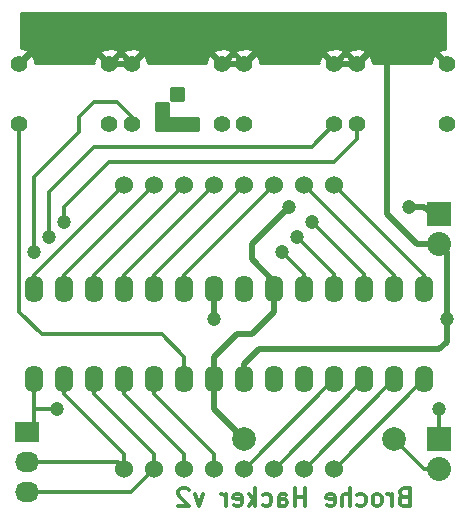
<source format=gbl>
G04 #@! TF.FileFunction,Copper,L2,Bot,Signal*
%FSLAX46Y46*%
G04 Gerber Fmt 4.6, Leading zero omitted, Abs format (unit mm)*
G04 Created by KiCad (PCBNEW 4.0.2-stable) date 2016-08-08 23:02:02*
%MOMM*%
G01*
G04 APERTURE LIST*
%ADD10C,0.100000*%
%ADD11C,0.300000*%
%ADD12C,1.524000*%
%ADD13O,1.600000X2.300000*%
%ADD14R,2.032000X2.032000*%
%ADD15O,2.032000X2.032000*%
%ADD16C,1.998980*%
%ADD17R,2.032000X1.727200*%
%ADD18O,2.032000X1.727200*%
%ADD19C,1.397000*%
%ADD20C,1.200000*%
%ADD21C,0.350000*%
%ADD22C,0.500000*%
%ADD23C,0.254000*%
G04 APERTURE END LIST*
D10*
D11*
X177958857Y-140100857D02*
X177744571Y-140172286D01*
X177673143Y-140243714D01*
X177601714Y-140386571D01*
X177601714Y-140600857D01*
X177673143Y-140743714D01*
X177744571Y-140815143D01*
X177887429Y-140886571D01*
X178458857Y-140886571D01*
X178458857Y-139386571D01*
X177958857Y-139386571D01*
X177816000Y-139458000D01*
X177744571Y-139529429D01*
X177673143Y-139672286D01*
X177673143Y-139815143D01*
X177744571Y-139958000D01*
X177816000Y-140029429D01*
X177958857Y-140100857D01*
X178458857Y-140100857D01*
X176958857Y-140886571D02*
X176958857Y-139886571D01*
X176958857Y-140172286D02*
X176887429Y-140029429D01*
X176816000Y-139958000D01*
X176673143Y-139886571D01*
X176530286Y-139886571D01*
X175816000Y-140886571D02*
X175958858Y-140815143D01*
X176030286Y-140743714D01*
X176101715Y-140600857D01*
X176101715Y-140172286D01*
X176030286Y-140029429D01*
X175958858Y-139958000D01*
X175816000Y-139886571D01*
X175601715Y-139886571D01*
X175458858Y-139958000D01*
X175387429Y-140029429D01*
X175316000Y-140172286D01*
X175316000Y-140600857D01*
X175387429Y-140743714D01*
X175458858Y-140815143D01*
X175601715Y-140886571D01*
X175816000Y-140886571D01*
X174030286Y-140815143D02*
X174173143Y-140886571D01*
X174458857Y-140886571D01*
X174601715Y-140815143D01*
X174673143Y-140743714D01*
X174744572Y-140600857D01*
X174744572Y-140172286D01*
X174673143Y-140029429D01*
X174601715Y-139958000D01*
X174458857Y-139886571D01*
X174173143Y-139886571D01*
X174030286Y-139958000D01*
X173387429Y-140886571D02*
X173387429Y-139386571D01*
X172744572Y-140886571D02*
X172744572Y-140100857D01*
X172816001Y-139958000D01*
X172958858Y-139886571D01*
X173173143Y-139886571D01*
X173316001Y-139958000D01*
X173387429Y-140029429D01*
X171458858Y-140815143D02*
X171601715Y-140886571D01*
X171887429Y-140886571D01*
X172030286Y-140815143D01*
X172101715Y-140672286D01*
X172101715Y-140100857D01*
X172030286Y-139958000D01*
X171887429Y-139886571D01*
X171601715Y-139886571D01*
X171458858Y-139958000D01*
X171387429Y-140100857D01*
X171387429Y-140243714D01*
X172101715Y-140386571D01*
X169601715Y-140886571D02*
X169601715Y-139386571D01*
X169601715Y-140100857D02*
X168744572Y-140100857D01*
X168744572Y-140886571D02*
X168744572Y-139386571D01*
X167387429Y-140886571D02*
X167387429Y-140100857D01*
X167458858Y-139958000D01*
X167601715Y-139886571D01*
X167887429Y-139886571D01*
X168030286Y-139958000D01*
X167387429Y-140815143D02*
X167530286Y-140886571D01*
X167887429Y-140886571D01*
X168030286Y-140815143D01*
X168101715Y-140672286D01*
X168101715Y-140529429D01*
X168030286Y-140386571D01*
X167887429Y-140315143D01*
X167530286Y-140315143D01*
X167387429Y-140243714D01*
X166030286Y-140815143D02*
X166173143Y-140886571D01*
X166458857Y-140886571D01*
X166601715Y-140815143D01*
X166673143Y-140743714D01*
X166744572Y-140600857D01*
X166744572Y-140172286D01*
X166673143Y-140029429D01*
X166601715Y-139958000D01*
X166458857Y-139886571D01*
X166173143Y-139886571D01*
X166030286Y-139958000D01*
X165387429Y-140886571D02*
X165387429Y-139386571D01*
X165244572Y-140315143D02*
X164816001Y-140886571D01*
X164816001Y-139886571D02*
X165387429Y-140458000D01*
X163601715Y-140815143D02*
X163744572Y-140886571D01*
X164030286Y-140886571D01*
X164173143Y-140815143D01*
X164244572Y-140672286D01*
X164244572Y-140100857D01*
X164173143Y-139958000D01*
X164030286Y-139886571D01*
X163744572Y-139886571D01*
X163601715Y-139958000D01*
X163530286Y-140100857D01*
X163530286Y-140243714D01*
X164244572Y-140386571D01*
X162887429Y-140886571D02*
X162887429Y-139886571D01*
X162887429Y-140172286D02*
X162816001Y-140029429D01*
X162744572Y-139958000D01*
X162601715Y-139886571D01*
X162458858Y-139886571D01*
X160958858Y-139886571D02*
X160601715Y-140886571D01*
X160244573Y-139886571D01*
X159744573Y-139529429D02*
X159673144Y-139458000D01*
X159530287Y-139386571D01*
X159173144Y-139386571D01*
X159030287Y-139458000D01*
X158958858Y-139529429D01*
X158887430Y-139672286D01*
X158887430Y-139815143D01*
X158958858Y-140029429D01*
X159816001Y-140886571D01*
X158887430Y-140886571D01*
D12*
X154305000Y-137730000D03*
X156845000Y-137730000D03*
X159385000Y-137730000D03*
X161925000Y-137730000D03*
X164465000Y-137730000D03*
X167005000Y-137730000D03*
X169545000Y-137730000D03*
X172085000Y-137730000D03*
X172085000Y-113730000D03*
X169545000Y-113730000D03*
X167005000Y-113730000D03*
X164465000Y-113730000D03*
X161925000Y-113730000D03*
X159385000Y-113730000D03*
X156845000Y-113730000D03*
X154305000Y-113730000D03*
D13*
X146685000Y-130175000D03*
X149225000Y-130175000D03*
X151765000Y-130175000D03*
X154305000Y-130175000D03*
X156845000Y-130175000D03*
X159385000Y-130175000D03*
X161925000Y-130175000D03*
X164465000Y-130175000D03*
X167005000Y-130175000D03*
X169545000Y-130175000D03*
X172085000Y-130175000D03*
X174625000Y-130175000D03*
X177165000Y-130175000D03*
X179705000Y-130175000D03*
X179705000Y-122555000D03*
X177165000Y-122555000D03*
X174625000Y-122555000D03*
X172085000Y-122555000D03*
X169545000Y-122555000D03*
X167005000Y-122555000D03*
X164465000Y-122555000D03*
X161925000Y-122555000D03*
X159385000Y-122555000D03*
X156845000Y-122555000D03*
X154305000Y-122555000D03*
X151765000Y-122555000D03*
X149225000Y-122555000D03*
X146685000Y-122555000D03*
D14*
X180975000Y-116205000D03*
D15*
X180975000Y-118745000D03*
D16*
X164465000Y-135255000D03*
X177165000Y-135255000D03*
D14*
X180975000Y-135255000D03*
D15*
X180975000Y-137795000D03*
D17*
X146050000Y-134620000D03*
D18*
X146050000Y-137160000D03*
X146050000Y-139700000D03*
D19*
X173990000Y-108585000D03*
X173990000Y-103505000D03*
X181610000Y-108585000D03*
X181610000Y-103505000D03*
X164465000Y-108585000D03*
X164465000Y-103505000D03*
X172085000Y-108585000D03*
X172085000Y-103505000D03*
X154940000Y-108585000D03*
X154940000Y-103505000D03*
X162560000Y-108585000D03*
X162560000Y-103505000D03*
X145415000Y-108585000D03*
X145415000Y-103505000D03*
X153035000Y-108585000D03*
X153035000Y-103505000D03*
D20*
X148590000Y-132715000D03*
X180975000Y-132715000D03*
X181610000Y-125095000D03*
X161925000Y-125095000D03*
X178435000Y-115570000D03*
X168275000Y-115570000D03*
X149225000Y-116840000D03*
X170180000Y-116840000D03*
X147955000Y-118110000D03*
X168910000Y-118110000D03*
X146685000Y-119380000D03*
X167640000Y-119380000D03*
D21*
X146685000Y-132715000D02*
X146685000Y-133985000D01*
X146685000Y-133985000D02*
X146050000Y-134620000D01*
X148590000Y-132715000D02*
X146685000Y-132715000D01*
X146685000Y-132715000D02*
X146685000Y-130175000D01*
X180975000Y-135255000D02*
X180975000Y-132715000D01*
D22*
X176530000Y-102235000D02*
X176530000Y-102870000D01*
X179070000Y-118745000D02*
X176530000Y-116205000D01*
X176530000Y-116205000D02*
X176530000Y-102870000D01*
X179070000Y-118745000D02*
X180975000Y-118745000D01*
X145415000Y-103505000D02*
X146685000Y-102235000D01*
X151765000Y-102235000D02*
X153035000Y-103505000D01*
X146685000Y-102235000D02*
X151765000Y-102235000D01*
X153035000Y-103505000D02*
X154940000Y-103505000D01*
X154940000Y-103505000D02*
X156210000Y-102235000D01*
X156210000Y-102235000D02*
X161290000Y-102235000D01*
X161290000Y-102235000D02*
X162560000Y-103505000D01*
X162560000Y-103505000D02*
X164465000Y-103505000D01*
X164465000Y-103505000D02*
X165735000Y-102235000D01*
X165735000Y-102235000D02*
X170815000Y-102235000D01*
X170815000Y-102235000D02*
X172085000Y-103505000D01*
X172085000Y-103505000D02*
X173990000Y-103505000D01*
X173990000Y-103505000D02*
X175260000Y-102235000D01*
X175260000Y-102235000D02*
X176530000Y-102235000D01*
X176530000Y-102235000D02*
X180340000Y-102235000D01*
X180340000Y-102235000D02*
X181610000Y-103505000D01*
X161925000Y-122555000D02*
X161925000Y-125095000D01*
X180975000Y-127635000D02*
X181610000Y-127000000D01*
X181610000Y-127000000D02*
X181610000Y-125095000D01*
X181610000Y-125095000D02*
X181610000Y-119380000D01*
X181610000Y-119380000D02*
X180975000Y-118745000D01*
X164465000Y-130175000D02*
X164465000Y-128905000D01*
X165735000Y-127635000D02*
X180975000Y-127635000D01*
X164465000Y-128905000D02*
X165735000Y-127635000D01*
D21*
X145415000Y-108585000D02*
X145415000Y-124460000D01*
X159385000Y-130175000D02*
X159385000Y-128270000D01*
X147320000Y-126365000D02*
X145415000Y-124460000D01*
X157480000Y-126365000D02*
X147320000Y-126365000D01*
X159385000Y-128270000D02*
X157480000Y-126365000D01*
D22*
X167005000Y-122555000D02*
X167005000Y-121920000D01*
X167005000Y-121920000D02*
X165100000Y-120015000D01*
X179705000Y-115570000D02*
X180340000Y-116205000D01*
X178435000Y-115570000D02*
X179705000Y-115570000D01*
X165100000Y-118745000D02*
X168275000Y-115570000D01*
X165100000Y-120015000D02*
X165100000Y-118745000D01*
X180340000Y-116205000D02*
X180975000Y-116205000D01*
X164465000Y-135255000D02*
X161925000Y-132715000D01*
X161925000Y-132715000D02*
X161925000Y-130175000D01*
X165100000Y-126365000D02*
X167005000Y-124460000D01*
X161925000Y-130175000D02*
X161925000Y-128270000D01*
X167005000Y-124460000D02*
X167005000Y-122555000D01*
X163830000Y-126365000D02*
X165100000Y-126365000D01*
X161925000Y-128270000D02*
X163830000Y-126365000D01*
D21*
X149225000Y-130175000D02*
X149225000Y-131445000D01*
X154305000Y-136525000D02*
X154305000Y-137730000D01*
X149225000Y-131445000D02*
X154305000Y-136525000D01*
X154305000Y-137730000D02*
X153735000Y-137160000D01*
X153735000Y-137160000D02*
X146050000Y-137160000D01*
X146685000Y-137160000D02*
X153735000Y-137160000D01*
X151765000Y-130175000D02*
X151765000Y-131445000D01*
X156845000Y-136525000D02*
X156845000Y-137730000D01*
X151765000Y-131445000D02*
X156845000Y-136525000D01*
X156845000Y-137730000D02*
X154875000Y-139700000D01*
X154875000Y-139700000D02*
X146050000Y-139700000D01*
X146685000Y-139700000D02*
X154875000Y-139700000D01*
X159385000Y-137730000D02*
X159385000Y-136525000D01*
X154305000Y-131445000D02*
X159385000Y-136525000D01*
X154305000Y-131445000D02*
X154305000Y-130175000D01*
X156845000Y-130175000D02*
X156845000Y-131445000D01*
X161925000Y-136525000D02*
X161925000Y-137730000D01*
X156845000Y-131445000D02*
X161925000Y-136525000D01*
X164465000Y-137730000D02*
X164530000Y-137730000D01*
X164530000Y-137730000D02*
X172085000Y-130175000D01*
X167005000Y-137730000D02*
X167070000Y-137730000D01*
X167070000Y-137730000D02*
X174625000Y-130175000D01*
X169545000Y-137730000D02*
X169610000Y-137730000D01*
X169610000Y-137730000D02*
X177165000Y-130175000D01*
X172085000Y-137730000D02*
X172150000Y-137730000D01*
X172150000Y-137730000D02*
X179705000Y-130175000D01*
X173322500Y-114967500D02*
X179705000Y-121350000D01*
X179705000Y-122555000D02*
X179705000Y-121350000D01*
X173322500Y-114967500D02*
X172085000Y-113730000D01*
X171417500Y-115602500D02*
X177165000Y-121350000D01*
X177165000Y-122555000D02*
X177165000Y-121350000D01*
X171417500Y-115602500D02*
X169545000Y-113730000D01*
X159385000Y-122555000D02*
X159385000Y-121350000D01*
X159385000Y-121350000D02*
X167005000Y-113730000D01*
X156845000Y-122555000D02*
X156845000Y-121350000D01*
X156845000Y-121350000D02*
X164465000Y-113730000D01*
X154305000Y-122555000D02*
X154305000Y-121350000D01*
X154305000Y-121350000D02*
X161925000Y-113730000D01*
X151765000Y-122555000D02*
X151765000Y-121350000D01*
X151765000Y-121350000D02*
X159385000Y-113730000D01*
X149225000Y-122555000D02*
X149225000Y-121350000D01*
X149225000Y-121350000D02*
X156845000Y-113730000D01*
X146685000Y-122555000D02*
X146685000Y-121350000D01*
X146685000Y-121350000D02*
X154305000Y-113730000D01*
X149225000Y-116840000D02*
X149225000Y-115570000D01*
X174625000Y-122555000D02*
X174625000Y-121285000D01*
X174625000Y-121285000D02*
X170180000Y-116840000D01*
X173990000Y-109855000D02*
X173990000Y-108585000D01*
X172085000Y-111760000D02*
X173990000Y-109855000D01*
X153035000Y-111760000D02*
X172085000Y-111760000D01*
X149225000Y-115570000D02*
X153035000Y-111760000D01*
X174625000Y-122555000D02*
X174625000Y-121920000D01*
X147955000Y-118110000D02*
X147955000Y-114300000D01*
X172085000Y-122555000D02*
X172085000Y-121285000D01*
X172085000Y-121285000D02*
X168910000Y-118110000D01*
X170180000Y-110490000D02*
X172085000Y-108585000D01*
X152400000Y-110490000D02*
X170180000Y-110490000D01*
X147955000Y-114300000D02*
X151765000Y-110490000D01*
X151765000Y-110490000D02*
X152400000Y-110490000D01*
X172085000Y-122555000D02*
X172085000Y-121920000D01*
X146685000Y-119380000D02*
X146685000Y-113030000D01*
X146685000Y-113030000D02*
X147320000Y-112395000D01*
X169545000Y-122555000D02*
X169545000Y-121285000D01*
X169545000Y-121285000D02*
X167640000Y-119380000D01*
X150495000Y-109220000D02*
X150495000Y-107950000D01*
X150495000Y-107950000D02*
X151765000Y-106680000D01*
X151765000Y-106680000D02*
X153670000Y-106680000D01*
X153670000Y-106680000D02*
X154940000Y-107950000D01*
X147320000Y-112395000D02*
X150495000Y-109220000D01*
X154940000Y-107950000D02*
X154940000Y-108585000D01*
X169545000Y-122555000D02*
X169545000Y-121920000D01*
X167005000Y-130175000D02*
X167005000Y-130810000D01*
X169545000Y-130175000D02*
X169545000Y-130810000D01*
X177165000Y-135255000D02*
X179705000Y-137795000D01*
X179705000Y-137795000D02*
X180975000Y-137795000D01*
D23*
G36*
X181483000Y-102176432D02*
X181272801Y-102187852D01*
X180917071Y-102335200D01*
X180855417Y-102570812D01*
X181483000Y-103198395D01*
X181483000Y-103378000D01*
X181303395Y-103378000D01*
X180675812Y-102750417D01*
X180440200Y-102812071D01*
X180264073Y-103312480D01*
X180267633Y-103378000D01*
X175318568Y-103378000D01*
X175307148Y-103167801D01*
X175159800Y-102812071D01*
X174924188Y-102750417D01*
X174296605Y-103378000D01*
X173683395Y-103378000D01*
X173351910Y-103046515D01*
X173254800Y-102812071D01*
X173068792Y-102763397D01*
X173055812Y-102750417D01*
X173037500Y-102755209D01*
X173019188Y-102750417D01*
X173006208Y-102763397D01*
X172820200Y-102812071D01*
X172745610Y-103023995D01*
X172391605Y-103378000D01*
X171778395Y-103378000D01*
X171150812Y-102750417D01*
X170915200Y-102812071D01*
X170739073Y-103312480D01*
X170742633Y-103378000D01*
X165793568Y-103378000D01*
X165782148Y-103167801D01*
X165634800Y-102812071D01*
X165399188Y-102750417D01*
X164771605Y-103378000D01*
X164158395Y-103378000D01*
X163826910Y-103046515D01*
X163729800Y-102812071D01*
X163543792Y-102763397D01*
X163530812Y-102750417D01*
X163512500Y-102755209D01*
X163494188Y-102750417D01*
X163481208Y-102763397D01*
X163295200Y-102812071D01*
X163220610Y-103023995D01*
X162866605Y-103378000D01*
X162253395Y-103378000D01*
X161625812Y-102750417D01*
X161390200Y-102812071D01*
X161214073Y-103312480D01*
X161217633Y-103378000D01*
X156268568Y-103378000D01*
X156257148Y-103167801D01*
X156109800Y-102812071D01*
X155874188Y-102750417D01*
X155246605Y-103378000D01*
X154633395Y-103378000D01*
X154301910Y-103046515D01*
X154204800Y-102812071D01*
X154018792Y-102763397D01*
X154005812Y-102750417D01*
X153987500Y-102755209D01*
X153969188Y-102750417D01*
X153956208Y-102763397D01*
X153770200Y-102812071D01*
X153695610Y-103023995D01*
X153341605Y-103378000D01*
X152728395Y-103378000D01*
X152100812Y-102750417D01*
X151865200Y-102812071D01*
X151689073Y-103312480D01*
X151692633Y-103378000D01*
X146743568Y-103378000D01*
X146732148Y-103167801D01*
X146584800Y-102812071D01*
X146349188Y-102750417D01*
X145721605Y-103378000D01*
X145542000Y-103378000D01*
X145542000Y-103198395D01*
X146169583Y-102570812D01*
X152280417Y-102570812D01*
X153035000Y-103325395D01*
X153789583Y-102570812D01*
X154185417Y-102570812D01*
X154940000Y-103325395D01*
X155694583Y-102570812D01*
X161805417Y-102570812D01*
X162560000Y-103325395D01*
X163314583Y-102570812D01*
X163710417Y-102570812D01*
X164465000Y-103325395D01*
X165219583Y-102570812D01*
X171330417Y-102570812D01*
X172085000Y-103325395D01*
X172839583Y-102570812D01*
X173235417Y-102570812D01*
X173990000Y-103325395D01*
X174744583Y-102570812D01*
X174682929Y-102335200D01*
X174182520Y-102159073D01*
X173652801Y-102187852D01*
X173297071Y-102335200D01*
X173235417Y-102570812D01*
X172839583Y-102570812D01*
X172777929Y-102335200D01*
X172277520Y-102159073D01*
X171747801Y-102187852D01*
X171392071Y-102335200D01*
X171330417Y-102570812D01*
X165219583Y-102570812D01*
X165157929Y-102335200D01*
X164657520Y-102159073D01*
X164127801Y-102187852D01*
X163772071Y-102335200D01*
X163710417Y-102570812D01*
X163314583Y-102570812D01*
X163252929Y-102335200D01*
X162752520Y-102159073D01*
X162222801Y-102187852D01*
X161867071Y-102335200D01*
X161805417Y-102570812D01*
X155694583Y-102570812D01*
X155632929Y-102335200D01*
X155132520Y-102159073D01*
X154602801Y-102187852D01*
X154247071Y-102335200D01*
X154185417Y-102570812D01*
X153789583Y-102570812D01*
X153727929Y-102335200D01*
X153227520Y-102159073D01*
X152697801Y-102187852D01*
X152342071Y-102335200D01*
X152280417Y-102570812D01*
X146169583Y-102570812D01*
X146107929Y-102335200D01*
X145607520Y-102159073D01*
X145542000Y-102162633D01*
X145542000Y-99187000D01*
X181483000Y-99187000D01*
X181483000Y-102176432D01*
X181483000Y-102176432D01*
G37*
X181483000Y-102176432D02*
X181272801Y-102187852D01*
X180917071Y-102335200D01*
X180855417Y-102570812D01*
X181483000Y-103198395D01*
X181483000Y-103378000D01*
X181303395Y-103378000D01*
X180675812Y-102750417D01*
X180440200Y-102812071D01*
X180264073Y-103312480D01*
X180267633Y-103378000D01*
X175318568Y-103378000D01*
X175307148Y-103167801D01*
X175159800Y-102812071D01*
X174924188Y-102750417D01*
X174296605Y-103378000D01*
X173683395Y-103378000D01*
X173351910Y-103046515D01*
X173254800Y-102812071D01*
X173068792Y-102763397D01*
X173055812Y-102750417D01*
X173037500Y-102755209D01*
X173019188Y-102750417D01*
X173006208Y-102763397D01*
X172820200Y-102812071D01*
X172745610Y-103023995D01*
X172391605Y-103378000D01*
X171778395Y-103378000D01*
X171150812Y-102750417D01*
X170915200Y-102812071D01*
X170739073Y-103312480D01*
X170742633Y-103378000D01*
X165793568Y-103378000D01*
X165782148Y-103167801D01*
X165634800Y-102812071D01*
X165399188Y-102750417D01*
X164771605Y-103378000D01*
X164158395Y-103378000D01*
X163826910Y-103046515D01*
X163729800Y-102812071D01*
X163543792Y-102763397D01*
X163530812Y-102750417D01*
X163512500Y-102755209D01*
X163494188Y-102750417D01*
X163481208Y-102763397D01*
X163295200Y-102812071D01*
X163220610Y-103023995D01*
X162866605Y-103378000D01*
X162253395Y-103378000D01*
X161625812Y-102750417D01*
X161390200Y-102812071D01*
X161214073Y-103312480D01*
X161217633Y-103378000D01*
X156268568Y-103378000D01*
X156257148Y-103167801D01*
X156109800Y-102812071D01*
X155874188Y-102750417D01*
X155246605Y-103378000D01*
X154633395Y-103378000D01*
X154301910Y-103046515D01*
X154204800Y-102812071D01*
X154018792Y-102763397D01*
X154005812Y-102750417D01*
X153987500Y-102755209D01*
X153969188Y-102750417D01*
X153956208Y-102763397D01*
X153770200Y-102812071D01*
X153695610Y-103023995D01*
X153341605Y-103378000D01*
X152728395Y-103378000D01*
X152100812Y-102750417D01*
X151865200Y-102812071D01*
X151689073Y-103312480D01*
X151692633Y-103378000D01*
X146743568Y-103378000D01*
X146732148Y-103167801D01*
X146584800Y-102812071D01*
X146349188Y-102750417D01*
X145721605Y-103378000D01*
X145542000Y-103378000D01*
X145542000Y-103198395D01*
X146169583Y-102570812D01*
X152280417Y-102570812D01*
X153035000Y-103325395D01*
X153789583Y-102570812D01*
X154185417Y-102570812D01*
X154940000Y-103325395D01*
X155694583Y-102570812D01*
X161805417Y-102570812D01*
X162560000Y-103325395D01*
X163314583Y-102570812D01*
X163710417Y-102570812D01*
X164465000Y-103325395D01*
X165219583Y-102570812D01*
X171330417Y-102570812D01*
X172085000Y-103325395D01*
X172839583Y-102570812D01*
X173235417Y-102570812D01*
X173990000Y-103325395D01*
X174744583Y-102570812D01*
X174682929Y-102335200D01*
X174182520Y-102159073D01*
X173652801Y-102187852D01*
X173297071Y-102335200D01*
X173235417Y-102570812D01*
X172839583Y-102570812D01*
X172777929Y-102335200D01*
X172277520Y-102159073D01*
X171747801Y-102187852D01*
X171392071Y-102335200D01*
X171330417Y-102570812D01*
X165219583Y-102570812D01*
X165157929Y-102335200D01*
X164657520Y-102159073D01*
X164127801Y-102187852D01*
X163772071Y-102335200D01*
X163710417Y-102570812D01*
X163314583Y-102570812D01*
X163252929Y-102335200D01*
X162752520Y-102159073D01*
X162222801Y-102187852D01*
X161867071Y-102335200D01*
X161805417Y-102570812D01*
X155694583Y-102570812D01*
X155632929Y-102335200D01*
X155132520Y-102159073D01*
X154602801Y-102187852D01*
X154247071Y-102335200D01*
X154185417Y-102570812D01*
X153789583Y-102570812D01*
X153727929Y-102335200D01*
X153227520Y-102159073D01*
X152697801Y-102187852D01*
X152342071Y-102335200D01*
X152280417Y-102570812D01*
X146169583Y-102570812D01*
X146107929Y-102335200D01*
X145607520Y-102159073D01*
X145542000Y-102162633D01*
X145542000Y-99187000D01*
X181483000Y-99187000D01*
X181483000Y-102176432D01*
G36*
X157988000Y-107950000D02*
X157998006Y-107999410D01*
X158026447Y-108041035D01*
X158068841Y-108068315D01*
X158115000Y-108077000D01*
X160528000Y-108077000D01*
X160528000Y-109093000D01*
X156972000Y-109093000D01*
X156972000Y-106807000D01*
X157988000Y-106807000D01*
X157988000Y-107950000D01*
X157988000Y-107950000D01*
G37*
X157988000Y-107950000D02*
X157998006Y-107999410D01*
X158026447Y-108041035D01*
X158068841Y-108068315D01*
X158115000Y-108077000D01*
X160528000Y-108077000D01*
X160528000Y-109093000D01*
X156972000Y-109093000D01*
X156972000Y-106807000D01*
X157988000Y-106807000D01*
X157988000Y-107950000D01*
G36*
X159258000Y-106553000D02*
X158242000Y-106553000D01*
X158242000Y-105537000D01*
X159258000Y-105537000D01*
X159258000Y-106553000D01*
X159258000Y-106553000D01*
G37*
X159258000Y-106553000D02*
X158242000Y-106553000D01*
X158242000Y-105537000D01*
X159258000Y-105537000D01*
X159258000Y-106553000D01*
M02*

</source>
